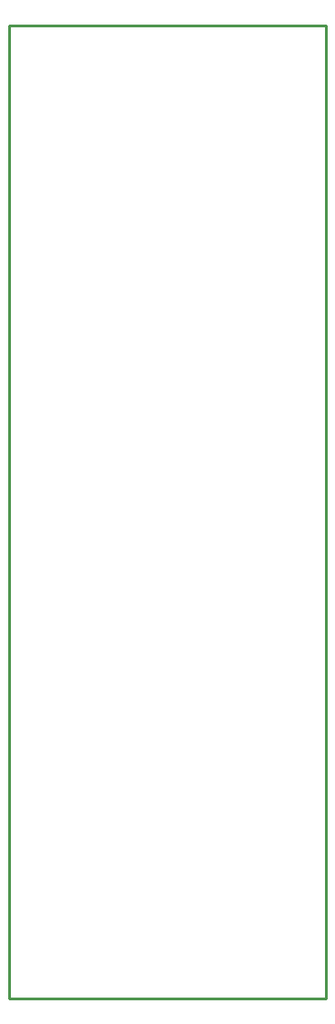
<source format=gko>
G04 Layer: BoardOutlineLayer*
G04 EasyEDA v6.5.47, 2024-10-12 02:41:22*
G04 de610928b34d45079a866c0004aef406,b136c329f792480eb7d0c4728c74c1db,10*
G04 Gerber Generator version 0.2*
G04 Scale: 100 percent, Rotated: No, Reflected: No *
G04 Dimensions in millimeters *
G04 leading zeros omitted , absolute positions ,4 integer and 5 decimal *
%FSLAX45Y45*%
%MOMM*%

%ADD10C,0.2540*%
D10*
X1455420Y-7467600D02*
G01*
X1485900Y-7467600D01*
X1485900Y-7467600D01*
X1485900Y1574800D01*
X1455420Y1574800D01*
X-1427479Y1574800D02*
G01*
X-1460500Y1574800D01*
X-1460500Y-7467600D01*
X-30479Y-7467600D01*
X1455420Y-7467600D01*
X1455420Y1574800D02*
G01*
X-1427479Y1574800D01*

%LPD*%
M02*

</source>
